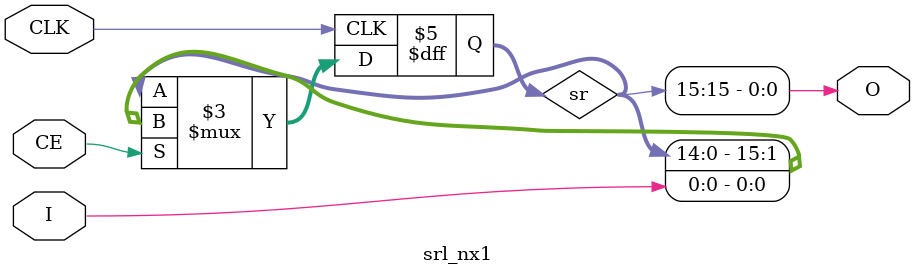
<source format=v>
`timescale 1ns / 1ps
module srl_nx1
#(
	parameter Depth = 16
)(
	input CLK,
	input CE,
	input I,
	output O
);

(* syn_srlstyle = "select_srl" *)
	reg [Depth-1:0] sr;
	initial sr = 0;

   always @(posedge CLK)
      if (CE)begin
         sr <= {sr[Depth-2:0], I};
		end
   assign O = sr[Depth-1];

endmodule

</source>
